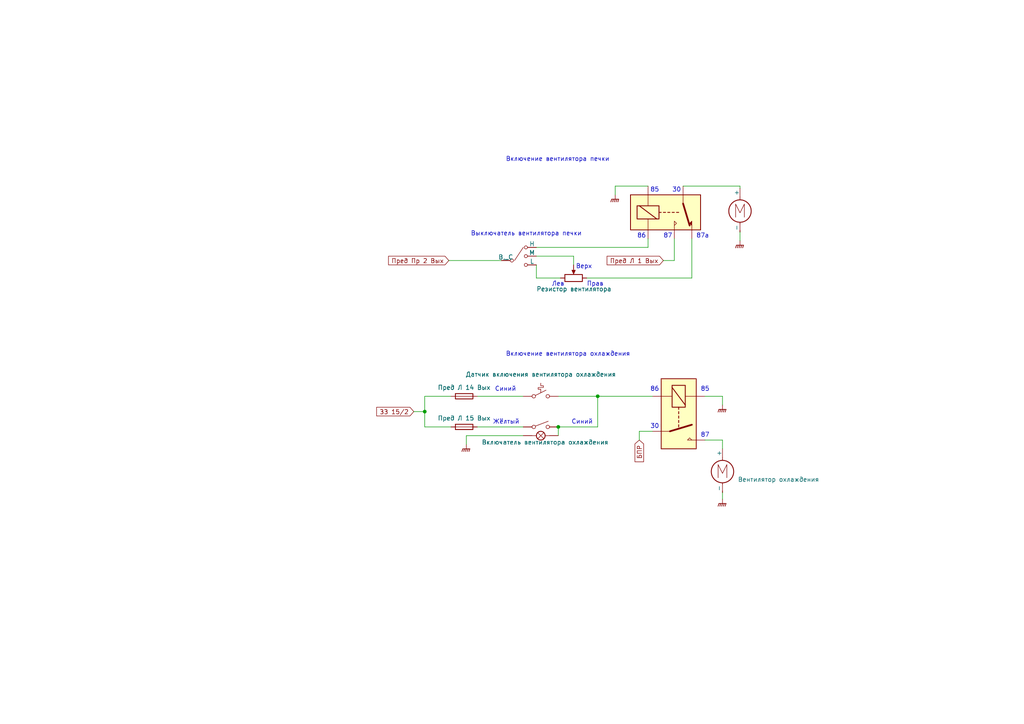
<source format=kicad_sch>
(kicad_sch (version 20230121) (generator eeschema)
  (paper "A4")
  (lib_symbols
    (symbol "Device:Fuse" (pin_numbers hide) (pin_names (offset 0) hide)
      (property "Reference" "F" (at 2.032 0 90))
      (property "Value" "Fuse" (at -1.905 0 90))
      (symbol "Fuse_0_1"
        (rectangle (start -0.762 -2.54) (end 0.762 2.54) (stroke (width 0.254)))
        (polyline (pts (xy 0 2.54) (xy 0 -2.54)))
      )
      (symbol "Fuse_1_1"
        (pin passive line (at 0 3.81 270) (length 1.27) (name "~") (number "1"))
        (pin passive line (at 0 -3.81 90) (length 1.27) (name "~") (number "2"))
      )
    )
    (symbol "Device:R_Potentiometer" (pin_numbers hide) (pin_names (offset 1.016) hide)
      (symbol "R_Potentiometer_0_1"
        (polyline (pts (xy 2.54 0) (xy 1.524 0)))
        (polyline (pts (xy 1.143 0) (xy 2.286 0.508) (xy 2.286 -0.508) (xy 1.143 0)) (fill (type outline)))
        (rectangle (start 1.016 2.54) (end -1.016 -2.54) (stroke (width 0.254)))
      )
      (symbol "R_Potentiometer_1_1"
        (pin passive line (at 0 3.81 270) (length 1.27) (name "") (number "1"))
        (pin passive line (at 3.81 0 180) (length 1.27) (name "") (number "2"))
        (pin passive line (at 0 -3.81 90) (length 1.27) (name "") (number "3"))
      )
    )
    (symbol "Fuse_1" (pin_numbers hide) (pin_names (offset 0) hide)
      (property "Reference" "F" (at 2.032 0 90))
      (property "Value" "Fuse" (at -1.905 0 90))
      (symbol "Fuse_1_0_1"
        (rectangle (start -0.762 -2.54) (end 0.762 2.54) (stroke (width 0.254)))
        (polyline (pts (xy 0 2.54) (xy 0 -2.54)))
      )
      (symbol "Fuse_1_1_1"
        (pin passive line (at 0 3.81 270) (length 1.27) (name "~") (number "1"))
        (pin passive line (at 0 -3.81 90) (length 1.27) (name "~") (number "2"))
      )
    )
    (symbol "GNDPWR_1" (power) (pin_numbers hide) (pin_names (offset 0) hide)
      (property "Value" "GNDPWR_1" (at 0 -3.302 0))
      (symbol "GNDPWR_1_0_1"
        (polyline (pts (xy 0 -1.27) (xy 0 0)))
        (polyline (pts (xy -1.016 -1.27) (xy -1.27 -2.032) (xy -1.27 -2.032)) (stroke (width 0.2032)))
        (polyline (pts (xy -0.508 -1.27) (xy -0.762 -2.032) (xy -0.762 -2.032)) (stroke (width 0.2032)))
        (polyline (pts (xy 0 -1.27) (xy -0.254 -2.032) (xy -0.254 -2.032)) (stroke (width 0.2032)))
        (polyline (pts (xy 0.508 -1.27) (xy 0.254 -2.032) (xy 0.254 -2.032)) (stroke (width 0.2032)))
        (polyline (pts (xy 1.016 -1.27) (xy -1.016 -1.27) (xy -1.016 -1.27)) (stroke (width 0.2032)))
        (polyline (pts (xy 1.016 -1.27) (xy 0.762 -2.032) (xy 0.762 -2.032) (xy 0.762 -2.032)) (stroke (width 0.2032)))
      )
      (symbol "GNDPWR_1_1_1"
        (pin power_in line (at 0 0 270) (length 0) hide (name "GNDPWR") (number "1"))
      )
    )
    (symbol "GNDPWR_2" (power) (pin_numbers hide) (pin_names (offset 0) hide)
      (property "Value" "GNDPWR_2" (at 0 -3.302 0))
      (symbol "GNDPWR_2_0_1"
        (polyline (pts (xy 0 -1.27) (xy 0 0)))
        (polyline (pts (xy -1.016 -1.27) (xy -1.27 -2.032) (xy -1.27 -2.032)) (stroke (width 0.2032)))
        (polyline (pts (xy -0.508 -1.27) (xy -0.762 -2.032) (xy -0.762 -2.032)) (stroke (width 0.2032)))
        (polyline (pts (xy 0 -1.27) (xy -0.254 -2.032) (xy -0.254 -2.032)) (stroke (width 0.2032)))
        (polyline (pts (xy 0.508 -1.27) (xy 0.254 -2.032) (xy 0.254 -2.032)) (stroke (width 0.2032)))
        (polyline (pts (xy 1.016 -1.27) (xy -1.016 -1.27) (xy -1.016 -1.27)) (stroke (width 0.2032)))
        (polyline (pts (xy 1.016 -1.27) (xy 0.762 -2.032) (xy 0.762 -2.032) (xy 0.762 -2.032)) (stroke (width 0.2032)))
      )
      (symbol "GNDPWR_2_1_1"
        (pin power_in line (at 0 0 270) (length 0) hide (name "GNDPWR") (number "1"))
      )
    )
    (symbol "GNDPWR_3" (power) (pin_numbers hide) (pin_names (offset 0) hide)
      (property "Value" "GNDPWR_3" (at 0 -3.302 0))
      (symbol "GNDPWR_3_0_1"
        (polyline (pts (xy 0 -1.27) (xy 0 0)))
        (polyline (pts (xy -1.016 -1.27) (xy -1.27 -2.032) (xy -1.27 -2.032)) (stroke (width 0.2032)))
        (polyline (pts (xy -0.508 -1.27) (xy -0.762 -2.032) (xy -0.762 -2.032)) (stroke (width 0.2032)))
        (polyline (pts (xy 0 -1.27) (xy -0.254 -2.032) (xy -0.254 -2.032)) (stroke (width 0.2032)))
        (polyline (pts (xy 0.508 -1.27) (xy 0.254 -2.032) (xy 0.254 -2.032)) (stroke (width 0.2032)))
        (polyline (pts (xy 1.016 -1.27) (xy -1.016 -1.27) (xy -1.016 -1.27)) (stroke (width 0.2032)))
        (polyline (pts (xy 1.016 -1.27) (xy 0.762 -2.032) (xy 0.762 -2.032) (xy 0.762 -2.032)) (stroke (width 0.2032)))
      )
      (symbol "GNDPWR_3_1_1"
        (pin power_in line (at 0 0 270) (length 0) hide (name "GNDPWR") (number "1"))
      )
    )
    (symbol "GNDPWR_4" (power) (pin_numbers hide) (pin_names (offset 0) hide)
      (property "Value" "GNDPWR_4" (at 0 -3.302 0))
      (symbol "GNDPWR_4_0_1"
        (polyline (pts (xy 0 -1.27) (xy 0 0)))
        (polyline (pts (xy -1.016 -1.27) (xy -1.27 -2.032) (xy -1.27 -2.032)) (stroke (width 0.2032)))
        (polyline (pts (xy -0.508 -1.27) (xy -0.762 -2.032) (xy -0.762 -2.032)) (stroke (width 0.2032)))
        (polyline (pts (xy 0 -1.27) (xy -0.254 -2.032) (xy -0.254 -2.032)) (stroke (width 0.2032)))
        (polyline (pts (xy 0.508 -1.27) (xy 0.254 -2.032) (xy 0.254 -2.032)) (stroke (width 0.2032)))
        (polyline (pts (xy 1.016 -1.27) (xy -1.016 -1.27) (xy -1.016 -1.27)) (stroke (width 0.2032)))
        (polyline (pts (xy 1.016 -1.27) (xy 0.762 -2.032) (xy 0.762 -2.032) (xy 0.762 -2.032)) (stroke (width 0.2032)))
      )
      (symbol "GNDPWR_4_1_1"
        (pin power_in line (at 0 0 270) (length 0) hide (name "GNDPWR") (number "1"))
      )
    )
    (symbol "Motor:Motor_DC" (pin_numbers hide) (pin_names (offset 0))
      (property "Reference" "M" (at 2.54 2.54 0))
      (property "Value" "Motor_DC" (at 2.54 -5.08 0))
      (symbol "Motor_DC_0_0"
        (polyline (pts (xy -1.27 -3.302) (xy -1.27 0.508) (xy 0 -2.032) (xy 1.27 0.508) (xy 1.27 -3.302)))
      )
      (symbol "Motor_DC_0_1"
        (circle (center 0 -1.524) (radius 3.2512) (stroke (width 0.254)))
        (polyline (pts (xy 0 -7.62) (xy 0 -7.112)))
        (polyline (pts (xy 0 -4.7752) (xy 0 -5.1816)))
        (polyline (pts (xy 0 1.7272) (xy 0 2.0828)))
        (polyline (pts (xy 0 2.032) (xy 0 2.54)))
      )
      (symbol "Motor_DC_1_1"
        (pin passive line (at 0 5.08 270) (length 2.54) (name "+") (number "1"))
        (pin passive line (at 0 -7.62 90) (length 2.54) (name "-") (number "2"))
      )
    )
    (symbol "Motor_DC_1" (pin_numbers hide) (pin_names (offset 0))
      (property "Reference" "M" (at 2.54 2.54 0))
      (property "Value" "Motor_DC" (at 2.54 -5.08 0))
      (symbol "Motor_DC_1_0_0"
        (polyline (pts (xy -1.27 -3.302) (xy -1.27 0.508) (xy 0 -2.032) (xy 1.27 0.508) (xy 1.27 -3.302)))
      )
      (symbol "Motor_DC_1_0_1"
        (circle (center 0 -1.524) (radius 3.2512) (stroke (width 0.254)))
        (polyline (pts (xy 0 -7.62) (xy 0 -7.112)))
        (polyline (pts (xy 0 -4.7752) (xy 0 -5.1816)))
        (polyline (pts (xy 0 1.7272) (xy 0 2.0828)))
        (polyline (pts (xy 0 2.032) (xy 0 2.54)))
      )
      (symbol "Motor_DC_1_1_1"
        (pin passive line (at 0 5.08 270) (length 2.54) (name "+") (number "1"))
        (pin passive line (at 0 -7.62 90) (length 2.54) (name "-") (number "2"))
      )
    )
    (symbol "Relay:Relay_SPDT" (pin_numbers hide) (pin_names hide)
      (symbol "Relay_SPDT_0_0"
        (polyline (pts (xy 2.54 5.08) (xy 2.54 2.54) (xy 3.175 3.175) (xy 2.54 3.81)))
      )
      (symbol "Relay_SPDT_0_1"
        (rectangle (start -10.16 5.08) (end 10.16 -5.08) (stroke (width 0.254)) (fill (type background)))
        (rectangle (start -8.255 1.905) (end -1.905 -1.905) (stroke (width 0.254)))
        (polyline (pts (xy -7.62 -1.905) (xy -2.54 1.905)) (stroke (width 0.254)))
        (polyline (pts (xy -5.08 -5.08) (xy -5.08 -1.905)))
        (polyline (pts (xy -5.08 5.08) (xy -5.08 1.905)))
        (polyline (pts (xy -1.905 0) (xy -1.27 0)) (stroke (width 0.254)))
        (polyline (pts (xy -0.635 0) (xy 0 0)) (stroke (width 0.254)))
        (polyline (pts (xy 0.635 0) (xy 1.27 0)) (stroke (width 0.254)))
        (polyline (pts (xy 1.905 0) (xy 2.54 0)) (stroke (width 0.254)))
        (polyline (pts (xy 3.175 0) (xy 3.81 0)) (stroke (width 0.254)))
        (polyline (pts (xy 5.08 -2.54) (xy 5.08 -5.08)))
        (polyline (pts (xy 5.08 -2.54) (xy 6.985 3.81)) (stroke (width 0.508)))
        (polyline (pts (xy 7.62 5.08) (xy 7.62 2.54) (xy 6.985 3.175) (xy 7.62 3.81)) (fill (type outline)))
      )
      (symbol "Relay_SPDT_1_1"
        (pin passive line (at 5.08 -7.62 90) (length 2.54) (name "30") (number "30"))
        (pin passive line (at -5.08 -7.62 90) (length 2.54) (name "85") (number "85"))
        (pin passive line (at -5.08 7.62 270) (length 2.54) (name "86") (number "86"))
        (pin passive line (at 2.54 7.62 270) (length 2.54) (name "87") (number "87"))
        (pin passive line (at 7.62 7.62 270) (length 2.54) (name "87a") (number "87a"))
      )
    )
    (symbol "Relay:Relay_SPST-NO" (pin_numbers hide) (pin_names hide)
      (property "Reference" "K" (at 11.43 3.81 0))
      (property "Value" "Relay_SPST-NO" (at 11.43 1.27 0))
      (symbol "Relay_SPST-NO_0_0"
        (polyline (pts (xy 7.62 5.08) (xy 7.62 2.54) (xy 6.985 3.175) (xy 7.62 3.81)))
      )
      (symbol "Relay_SPST-NO_0_1"
        (rectangle (start -10.16 5.08) (end 10.16 -5.08) (stroke (width 0.254)) (fill (type background)))
        (rectangle (start -8.255 1.905) (end -1.905 -1.905) (stroke (width 0.254)))
        (polyline (pts (xy -7.62 -1.905) (xy -2.54 1.905)) (stroke (width 0.254)))
        (polyline (pts (xy -5.08 -5.08) (xy -5.08 -1.905)))
        (polyline (pts (xy -5.08 5.08) (xy -5.08 1.905)))
        (polyline (pts (xy -1.905 0) (xy -1.27 0)) (stroke (width 0.254)))
        (polyline (pts (xy -0.635 0) (xy 0 0)) (stroke (width 0.254)))
        (polyline (pts (xy 0.635 0) (xy 1.27 0)) (stroke (width 0.254)))
        (polyline (pts (xy 1.905 0) (xy 2.54 0)) (stroke (width 0.254)))
        (polyline (pts (xy 3.175 0) (xy 3.81 0)) (stroke (width 0.254)))
        (polyline (pts (xy 5.08 -2.54) (xy 3.175 3.81)) (stroke (width 0.508)))
        (polyline (pts (xy 5.08 -2.54) (xy 5.08 -5.08)))
      )
      (symbol "Relay_SPST-NO_1_1"
        (pin passive line (at 5.08 -7.62 90) (length 2.54) (name "~") (number "13"))
        (pin passive line (at 7.62 7.62 270) (length 2.54) (name "~") (number "14"))
        (pin passive line (at -5.08 7.62 270) (length 2.54) (name "~") (number "A1"))
        (pin passive line (at -5.08 -7.62 90) (length 2.54) (name "~") (number "A2"))
      )
    )
    (symbol "Switch:SW_SPST_Lamp" (pin_numbers hide) (pin_names (offset 1.016) hide)
      (property "Reference" "SW" (at 0.635 5.715 0))
      (property "Value" "SW_SPST_Lamp" (at 0 -3.175 0))
      (symbol "SW_SPST_Lamp_0_1"
        (circle (center -2.032 2.54) (radius 0.508))
        (polyline (pts (xy -2.54 0) (xy -1.27 0)))
        (polyline (pts (xy -1.524 2.794) (xy 2.159 4.191)))
        (polyline (pts (xy -0.889 -0.889) (xy 0.889 0.889)))
        (polyline (pts (xy 0.889 -0.889) (xy -0.889 0.889)))
        (polyline (pts (xy 2.54 0) (xy 1.27 0)))
        (circle (center 0 0) (radius 1.27) (stroke (width 0.254)))
        (circle (center 2.032 2.54) (radius 0.508))
        (pin passive line (at -5.08 2.54 0) (length 2.54) (name "1") (number "1"))
        (pin passive line (at 5.08 2.54 180) (length 2.54) (name "2") (number "2"))
        (pin passive line (at -5.08 0 0) (length 2.54) (name "L") (number "3"))
        (pin passive line (at 5.08 0 180) (length 2.54) (name "L") (number "4"))
      )
    )
    (symbol "Switch:SW_SPST_Temperature" (pin_numbers hide) (pin_names (offset 0) hide)
      (property "Reference" "SW" (at 1.778 3.048 0))
      (property "Value" "SW_SPST_Temperature" (at 0 -2.54 0))
      (symbol "SW_SPST_Temperature_0_0"
        (circle (center -2.032 0) (radius 0.508))
        (polyline (pts (xy -1.524 0.254) (xy 1.524 1.778)))
        (polyline (pts (xy 0 1.016) (xy 0 2.032) (xy -0.762 2.032) (xy -0.762 2.54) (xy 0.762 2.54) (xy 0.762 3.048) (xy 0 3.048) (xy 0 3.81)))
        (circle (center 2.032 0) (radius 0.508))
      )
      (symbol "SW_SPST_Temperature_1_1"
        (pin passive line (at -5.08 0 0) (length 2.54) (name "A") (number "1"))
        (pin passive line (at 5.08 0 180) (length 2.54) (name "B") (number "2"))
      )
    )
    (symbol "power:GNDPWR" (power) (pin_numbers hide) (pin_names (offset 0) hide)
      (property "Value" "GNDPWR" (at 0 -3.302 0))
      (symbol "GNDPWR_0_1"
        (polyline (pts (xy 0 -1.27) (xy 0 0)))
        (polyline (pts (xy -1.016 -1.27) (xy -1.27 -2.032) (xy -1.27 -2.032)) (stroke (width 0.2032)))
        (polyline (pts (xy -0.508 -1.27) (xy -0.762 -2.032) (xy -0.762 -2.032)) (stroke (width 0.2032)))
        (polyline (pts (xy 0 -1.27) (xy -0.254 -2.032) (xy -0.254 -2.032)) (stroke (width 0.2032)))
        (polyline (pts (xy 0.508 -1.27) (xy 0.254 -2.032) (xy 0.254 -2.032)) (stroke (width 0.2032)))
        (polyline (pts (xy 1.016 -1.27) (xy -1.016 -1.27) (xy -1.016 -1.27)) (stroke (width 0.2032)))
        (polyline (pts (xy 1.016 -1.27) (xy 0.762 -2.032) (xy 0.762 -2.032) (xy 0.762 -2.032)) (stroke (width 0.2032)))
      )
      (symbol "GNDPWR_1_1"
        (pin power_in line (at 0 0 270) (length 0) hide (name "GNDPWR") (number "1"))
      )
    )
    (symbol "switch:SW_SP4T" (pin_numbers hide) (pin_names (offset 0))
      (symbol "SW_SP4T_0_1"
        (circle (center -2.032 0) (radius 0.4572))
        (polyline (pts (xy -1.27 0) (xy 1.27 3.81)))
        (circle (center 2.032 -1.27) (radius 0.4572))
        (circle (center 2.032 1.27) (radius 0.4572))
        (circle (center 2.032 3.81) (radius 0.4572))
      )
      (symbol "SW_SP4T_1_1"
        (pin passive line (at 5.08 3.81 180) (length 2.54) (name "H") (number "1"))
        (pin passive line (at 5.08 1.27 180) (length 2.54) (name "M") (number "2"))
        (pin passive line (at -5.08 0 0) (length 2.54) (name "B,_C") (number "3"))
        (pin passive line (at 5.08 -1.27 180) (length 2.54) (name "L") (number "4"))
      )
    )
  )
  (junction (at 123.19 119.38))
  (junction (at 173.355 114.935))
  (junction (at 161.925 123.825))
  (wire (pts (xy 166.37 76.835) (xy 166.37 74.295)))
  (wire (pts (xy 185.42 125.095) (xy 185.42 127.635)))
  (wire (pts (xy 198.12 53.975) (xy 214.63 53.975)))
  (wire (pts (xy 214.63 67.31) (xy 214.63 69.85)))
  (wire (pts (xy 173.355 114.935) (xy 189.23 114.935)))
  (wire (pts (xy 151.765 126.365) (xy 135.255 126.365)))
  (wire (pts (xy 187.96 53.975) (xy 178.435 53.975)))
  (wire (pts (xy 161.925 123.825) (xy 161.925 126.365)))
  (wire (pts (xy 209.55 114.935) (xy 209.55 117.475)))
  (wire (pts (xy 123.19 114.935) (xy 130.81 114.935)))
  (wire (pts (xy 166.37 74.295) (xy 155.575 74.295)))
  (wire (pts (xy 209.55 130.175) (xy 209.55 127.635)))
  (wire (pts (xy 170.18 80.645) (xy 200.66 80.645)))
  (wire (pts (xy 214.63 53.975) (xy 214.63 54.61)))
  (wire (pts (xy 123.19 119.38) (xy 123.19 114.935)))
  (wire (pts (xy 192.405 75.565) (xy 195.58 75.565)))
  (wire (pts (xy 155.575 71.755) (xy 187.96 71.755)))
  (wire (pts (xy 200.66 80.645) (xy 200.66 69.215)))
  (wire (pts (xy 123.19 119.38) (xy 123.19 123.825)))
  (wire (pts (xy 120.015 119.38) (xy 123.19 119.38)))
  (wire (pts (xy 123.19 123.825) (xy 130.81 123.825)))
  (wire (pts (xy 209.55 127.635) (xy 204.47 127.635)))
  (wire (pts (xy 173.355 114.935) (xy 173.355 123.825)))
  (wire (pts (xy 187.96 71.755) (xy 187.96 69.215)))
  (wire (pts (xy 130.175 75.565) (xy 145.415 75.565)))
  (wire (pts (xy 161.925 114.935) (xy 173.355 114.935)))
  (wire (pts (xy 138.43 123.825) (xy 151.765 123.825)))
  (wire (pts (xy 178.435 53.975) (xy 178.435 56.515)))
  (wire (pts (xy 135.255 126.365) (xy 135.255 128.905)))
  (wire (pts (xy 195.58 75.565) (xy 195.58 69.215)))
  (wire (pts (xy 155.575 76.835) (xy 155.575 80.645)))
  (wire (pts (xy 155.575 80.645) (xy 162.56 80.645)))
  (wire (pts (xy 209.55 142.875) (xy 209.55 144.78)))
  (wire (pts (xy 204.47 114.935) (xy 209.55 114.935)))
  (wire (pts (xy 138.43 114.935) (xy 151.765 114.935)))
  (wire (pts (xy 189.23 125.095) (xy 185.42 125.095)))
  (wire (pts (xy 161.925 123.825) (xy 173.355 123.825)))
  (text "Включение вентилятора охлаждения" (at 146.685 103.505 0) (effects (font (size 1.27 1.27)) (justify left bottom)))
  (text "30" (at 194.945 55.88 0) (effects (font (size 1.27 1.27)) (justify left bottom)))
  (text "87" (at 192.405 69.215 0) (effects (font (size 1.27 1.27)) (justify left bottom)))
  (text "Прав" (at 170.18 83.185 0) (effects (font (size 1.27 1.27)) (justify left bottom)))
  (text "85" (at 188.595 55.88 0) (effects (font (size 1.27 1.27)) (justify left bottom)))
  (text "Верх" (at 167.005 78.105 0) (effects (font (size 1.27 1.27)) (justify left bottom)))
  (text "Лев" (at 160.02 83.185 0) (effects (font (size 1.27 1.27)) (justify left bottom)))
  (text "Синий" (at 143.51 113.665 0) (effects (font (size 1.27 1.27)) (justify left bottom)))
  (text "86" (at 188.595 113.665 0) (effects (font (size 1.27 1.27)) (justify left bottom)))
  (text "Выключатель вентилятора печки" (at 136.525 68.58 0) (effects (font (size 1.27 1.27)) (justify left bottom)))
  (text "86" (at 184.785 69.215 0) (effects (font (size 1.27 1.27)) (justify left bottom)))
  (text "85" (at 203.2 113.665 0) (effects (font (size 1.27 1.27)) (justify left bottom)))
  (text "87" (at 203.2 127 0) (effects (font (size 1.27 1.27)) (justify left bottom)))
  (text "30" (at 188.595 124.46 0) (effects (font (size 1.27 1.27)) (justify left bottom)))
  (text "Синий" (at 165.735 123.19 0) (effects (font (size 1.27 1.27)) (justify left bottom)))
  (text "Жёлтый" (at 142.875 123.19 0) (effects (font (size 1.27 1.27)) (justify left bottom)))
  (text "Включение вентилятора печки" (at 146.685 46.99 0) (effects (font (size 1.27 1.27)) (justify left bottom)))
  (text "87a" (at 201.93 69.215 0) (effects (font (size 1.27 1.27)) (justify left bottom)))
  (global_label "Пред Л 1 Вых" (shape input) (at 192.405 75.565 180) (property "Intersheetrefs" "${INTERSHEET_REFS}" (effects hide)))
  (global_label "БПР" (shape input) (at 185.42 127.635 270) (property "Intersheetrefs" "${INTERSHEET_REFS}" (effects hide)))
  (global_label "Пред Пр 2 Вых" (shape input) (at 130.175 75.565 180) (property "Intersheetrefs" "${INTERSHEET_REFS}" (effects hide)))
  (global_label "ЗЗ 15{slash}2" (shape input) (at 120.015 119.38 180) (property "Intersheetrefs" "${INTERSHEET_REFS}" (effects hide)))
  (symbol (lib_id "Switch:SW_SPST_Temperature") (at 156.845 114.935 0) (unit 1)
    (property "Reference" "SW1" (effects hide))
    (property "Value" "Датчик включения вентилятора охлаждения" (at 156.845 108.585 0))
  )
  (symbol (lib_name "Fuse_1") (lib_id "Device:Fuse") (at 134.62 114.935 90) (unit 1)
    (property "Reference" "F1" (effects hide))
    (property "Value" "Пред Л 14 Вых" (at 134.62 112.395 90))
  )
  (symbol (lib_name "GNDPWR_2") (lib_id "power:GNDPWR") (at 209.55 117.475 0) (unit 1)
    (property "Reference" "#PWR02" (effects hide))
    (property "Value" "GNDPWR" (effects hide))
  )
  (symbol (lib_id "Motor:Motor_DC") (at 209.55 135.255 0) (unit 1)
    (property "Reference" "M1" (effects hide))
    (property "Value" "Вентилятор охлаждения" (at 213.995 139.065 0) (effects (justify left)))
  )
  (symbol (lib_id "power:GNDPWR") (at 209.55 144.78 0) (unit 1)
    (property "Reference" "#PWR03" (effects hide))
    (property "Value" "GNDPWR" (effects hide))
  )
  (symbol (lib_id "Relay:Relay_SPDT") (at 193.04 61.595 0) (mirror x) (unit 1)
    (property "Reference" "K2" (effects hide))
    (property "Value" "Relay_SPDT" (effects hide))
  )
  (symbol (lib_id "Switch:SW_SPST_Lamp") (at 156.845 126.365 0) (unit 1)
    (property "Reference" "SW2" (effects hide))
    (property "Value" "Включатель вентилятора охлаждения" (at 158.115 128.27 0))
  )
  (symbol (lib_id "Device:Fuse") (at 134.62 123.825 90) (unit 1)
    (property "Reference" "F2" (effects hide))
    (property "Value" "Пред Л 15 Вых" (at 134.62 121.285 90))
  )
  (symbol (lib_id "Device:R_Potentiometer") (at 166.37 80.645 90) (unit 1)
    (property "Reference" "RV1" (effects hide))
    (property "Value" "Резистор вентилятора" (at 155.575 83.82 90) (effects (justify right)))
  )
  (symbol (lib_name "GNDPWR_4") (lib_id "power:GNDPWR") (at 214.63 69.85 0) (unit 1)
    (property "Reference" "#PWR05" (effects hide))
    (property "Value" "GNDPWR" (effects hide))
  )
  (symbol (lib_name "Motor_DC_1") (lib_id "Motor:Motor_DC") (at 214.63 59.69 0) (mirror y) (unit 1)
    (property "Reference" "M2" (effects hide))
    (property "Value" "Motor_DC" (effects hide))
  )
  (symbol (lib_name "GNDPWR_1") (lib_id "power:GNDPWR") (at 135.255 128.905 0) (unit 1)
    (property "Reference" "#PWR01" (effects hide))
    (property "Value" "GNDPWR" (effects hide))
  )
  (symbol (lib_name "GNDPWR_3") (lib_id "power:GNDPWR") (at 178.435 56.515 0) (unit 1)
    (property "Reference" "#PWR04" (effects hide))
    (property "Value" "GNDPWR" (effects hide))
  )
  (symbol (lib_id "switch:SW_SP4T") (at 150.495 75.565 0) (unit 1)
    (property "Reference" "SW3" (effects hide))
    (property "Value" "SW_SP4T" (effects hide))
  )
  (symbol (lib_id "Relay:Relay_SPST-NO") (at 196.85 120.015 270) (unit 1)
    (property "Reference" "K1" (effects hide))
    (property "Value" "Relay_SPST-NO" (effects hide))
  )
)
</source>
